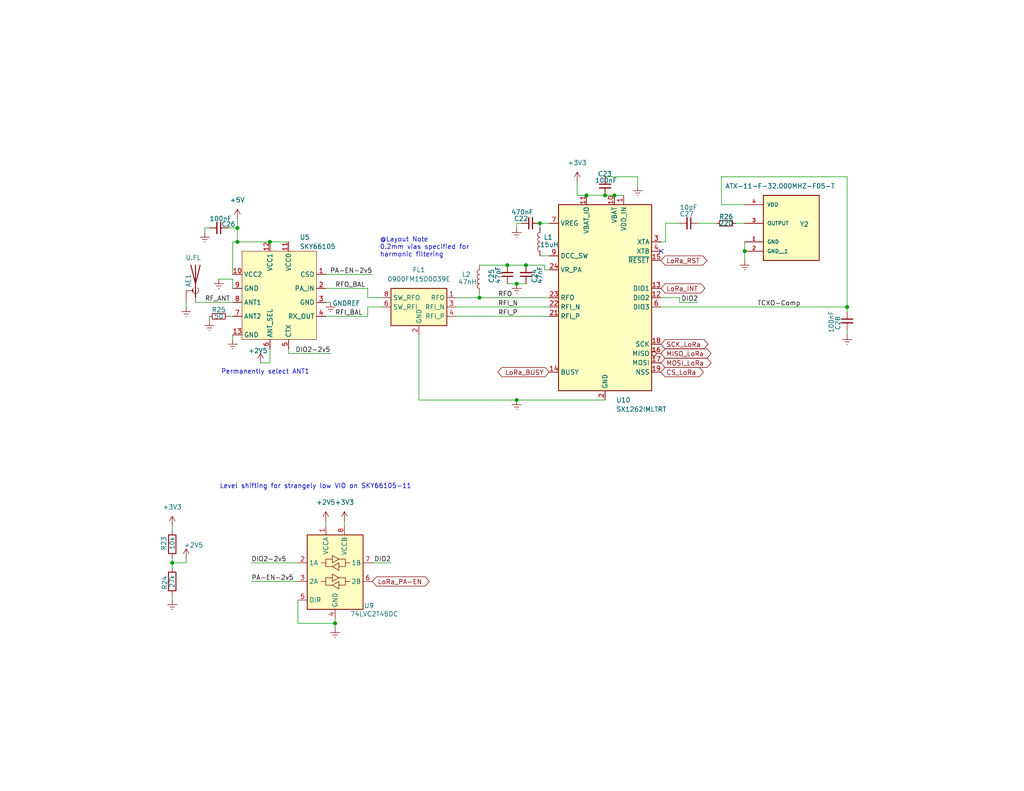
<source format=kicad_sch>
(kicad_sch (version 20231120) (generator "eeschema") (generator_version "8.0")
  (paper "USLetter")
  (title_block (title "WINTER 915MHz LoRa Radio") (date "2025-01-06") (rev "3.3") (company "SparrowTheNerd"))
  (lib_symbols
    (symbol "Device:Antenna_Shield" (pin_numbers hide) (pin_names (offset 1.016) hide)
      (property "Reference" "AE1" (at 1.9364 -0.987 90))
      (property "Value" "CON-SMA-EDGE-S" (at -2.4618 -6.915 90))
      (symbol "Antenna_Shield_0_1"
        (arc (start -0.508 -1.143) (mid -0.8429 -2.1194) (end 0 -2.667))
        (arc (start 0 -2.667) (mid 0.7989 -2.1052) (end 0.508 -1.143))
        (polyline (pts (xy 0 -2.54) (xy 0 0)))
        (polyline (pts (xy 0 5.08) (xy 0 -3.81)) (stroke (width 0.254)))
        (polyline (pts (xy 0.762 -1.905) (xy 2.54 -1.905)))
        (polyline (pts (xy 2.54 -2.54) (xy 2.54 -1.905)))
        (polyline (pts (xy 1.27 5.08) (xy 0 0) (xy -1.27 5.08)) (stroke (width 0.254)))
        (circle (center 0.762 -1.905) (radius 0.1778) (fill (type outline)))
      )
      (symbol "Antenna_Shield_1_1"
        (pin input line (at 0 -5.08 90) (length 2.54) (name "A") (number "1"))
        (pin input line (at 2.54 -5.08 90) (length 2.54) (name "Shield") (number "2"))
      )
    )
    (symbol "Device:C_Small" (pin_numbers hide) (pin_names (offset 0.254) hide)
      (property "Reference" "C" (at 0.254 1.778 0))
      (property "Value" "C_Small" (at 0.254 -2.032 0))
      (symbol "C_Small_0_1"
        (polyline (pts (xy -1.524 -0.508) (xy 1.524 -0.508)) (stroke (width 0.3302)))
        (polyline (pts (xy -1.524 0.508) (xy 1.524 0.508)) (stroke (width 0.3048)))
      )
      (symbol "C_Small_1_1"
        (pin passive line (at 0 2.54 270) (length 2.032) (name "~") (number "1"))
        (pin passive line (at 0 -2.54 90) (length 2.032) (name "~") (number "2"))
      )
    )
    (symbol "Device:L" (pin_numbers hide) (pin_names (offset 1.016) hide)
      (property "Reference" "L" (at -1.27 0 90))
      (property "Value" "L" (at 1.905 0 90))
      (symbol "L_0_1"
        (arc (start 0 -2.54) (mid 0.6323 -1.905) (end 0 -1.27))
        (arc (start 0 -1.27) (mid 0.6323 -0.635) (end 0 0))
        (arc (start 0 0) (mid 0.6323 0.635) (end 0 1.27))
        (arc (start 0 1.27) (mid 0.6323 1.905) (end 0 2.54))
      )
      (symbol "L_1_1"
        (pin passive line (at 0 3.81 270) (length 1.27) (name "1") (number "1"))
        (pin passive line (at 0 -3.81 90) (length 1.27) (name "2") (number "2"))
      )
    )
    (symbol "Device:R" (pin_numbers hide) (pin_names (offset 0))
      (property "Reference" "R" (at 2.032 0 90))
      (property "Value" "R" (at 0 0 90))
      (symbol "R_0_1"
        (rectangle (start -1.016 -2.54) (end 1.016 2.54) (stroke (width 0.254)))
      )
      (symbol "R_1_1"
        (pin passive line (at 0 3.81 270) (length 1.27) (name "~") (number "1"))
        (pin passive line (at 0 -3.81 90) (length 1.27) (name "~") (number "2"))
      )
    )
    (symbol "Device:R_Small" (pin_numbers hide) (pin_names (offset 0.254) hide)
      (property "Reference" "R" (at 0.762 0.508 0))
      (property "Value" "R_Small" (at 0.762 -1.016 0))
      (symbol "R_Small_0_1"
        (rectangle (start -0.762 1.778) (end 0.762 -1.778) (stroke (width 0.2032)))
      )
      (symbol "R_Small_1_1"
        (pin passive line (at 0 2.54 270) (length 0.762) (name "~") (number "1"))
        (pin passive line (at 0 -2.54 90) (length 0.762) (name "~") (number "2"))
      )
    )
    (symbol "Filter:0900FM15K0039"
      (property "Reference" "FL" (at -6.35 -6.35 0))
      (property "Value" "0900FM15K0039" (at 0 6.35 0))
      (symbol "0900FM15K0039_0_0"
        (pin passive line (at -10.16 2.54 0) (length 2.54) (name "RFO") (number "1"))
        (pin passive line (at 0 -7.62 90) (length 2.54) hide (name "GND") (number "10"))
        (pin power_in line (at 0 -7.62 90) (length 2.54) (name "GND") (number "2"))
        (pin passive line (at -10.16 0 0) (length 2.54) (name "RFI_N") (number "3"))
        (pin passive line (at -10.16 -2.54 0) (length 2.54) (name "RFI_P") (number "4"))
        (pin passive line (at 0 -7.62 90) (length 2.54) hide (name "GND") (number "5"))
        (pin passive line (at 10.16 0 180) (length 2.54) (name "SW_RFI") (number "6"))
        (pin passive line (at 0 -7.62 90) (length 2.54) hide (name "GND") (number "7"))
        (pin passive line (at 10.16 2.54 180) (length 2.54) (name "SW_RFO") (number "8"))
        (pin passive line (at 0 -7.62 90) (length 2.54) hide (name "GND") (number "9"))
      )
      (symbol "0900FM15K0039_0_1"
        (rectangle (start -7.62 5.08) (end 7.62 -5.08) (stroke (width 0.254)) (fill (type background)))
      )
    )
    (symbol "Logic_LevelTranslator:74LVC2T45DC"
      (property "Reference" "U" (at 6.35 -11.43 0))
      (property "Value" "74LVC2T45DC" (at 10.16 11.43 0))
      (symbol "74LVC2T45DC_1_1"
        (rectangle (start -7.62 10.16) (end 7.62 -10.16) (stroke (width 0.254)) (fill (type background)))
        (polyline (pts (xy -2.54 -2.54) (xy -2.54 -1.524) (xy -0.762 -1.524)))
        (polyline (pts (xy -2.54 2.54) (xy -2.54 3.556) (xy -0.762 3.556)))
        (polyline (pts (xy 2.794 -2.54) (xy 2.794 -3.556) (xy 1.016 -3.556)))
        (polyline (pts (xy 2.794 2.54) (xy 2.794 1.524) (xy 1.016 1.524)))
        (polyline (pts (xy -0.762 -3.556) (xy -2.54 -3.556) (xy -2.54 -2.54) (xy -3.81 -2.54)))
        (polyline (pts (xy -0.762 -2.54) (xy -0.762 -0.508) (xy 1.016 -1.524) (xy -0.762 -2.54)))
        (polyline (pts (xy -0.762 1.524) (xy -2.54 1.524) (xy -2.54 2.54) (xy -3.81 2.54)))
        (polyline (pts (xy -0.762 2.54) (xy -0.762 4.572) (xy 1.016 3.556) (xy -0.762 2.54)))
        (polyline (pts (xy 1.016 -1.524) (xy 2.794 -1.524) (xy 2.794 -2.54) (xy 4.064 -2.54)))
        (polyline (pts (xy 1.016 3.556) (xy 2.794 3.556) (xy 2.794 2.54) (xy 4.064 2.54)))
        (polyline (pts (xy 1.016 -2.54) (xy 1.016 -4.318) (xy 1.016 -4.572) (xy -0.762 -3.556) (xy 1.016 -2.54)))
        (polyline (pts (xy 1.016 2.54) (xy 1.016 0.762) (xy 1.016 0.508) (xy -0.762 1.524) (xy 1.016 2.54)))
        (pin power_in line (at -2.54 12.7 270) (length 2.54) (name "VCCA") (number "1"))
        (pin bidirectional line (at -10.16 2.54 0) (length 2.54) (name "1A") (number "2"))
        (pin bidirectional line (at -10.16 -2.54 0) (length 2.54) (name "2A") (number "3"))
        (pin power_in line (at 0 -12.7 90) (length 2.54) (name "GND") (number "4"))
        (pin input line (at -10.16 -7.62 0) (length 2.54) (name "DIR") (number "5"))
        (pin bidirectional line (at 10.16 -2.54 180) (length 2.54) (name "2B") (number "6"))
        (pin bidirectional line (at 10.16 2.54 180) (length 2.54) (name "1B") (number "7"))
        (pin power_in line (at 2.54 12.7 270) (length 2.54) (name "VCCB") (number "8"))
      )
    )
    (symbol "RF:SX1262IMLTRT"
      (property "Reference" "U10" (at -3.0165 -27.94 0))
      (property "Value" "SX1262IMLTRT" (at -3.0165 -30.48 0))
      (symbol "SX1262IMLTRT_0_1"
        (rectangle (start -12.7 25.4) (end 12.7 -25.4) (stroke (width 0.254)) (fill (type background)))
      )
      (symbol "SX1262IMLTRT_1_1"
        (pin power_in line (at -5.08 27.94 270) (length 2.54) (name "VDD_IN") (number "1"))
        (pin power_in line (at -2.54 27.94 270) (length 2.54) (name "VBAT") (number "10"))
        (pin power_in line (at 5.08 27.94 270) (length 2.54) (name "VBAT_IO") (number "11"))
        (pin bidirectional line (at -15.24 0 0) (length 2.54) (name "DIO2") (number "12"))
        (pin bidirectional line (at -15.24 2.54 0) (length 2.54) (name "DIO1") (number "13"))
        (pin output line (at 15.24 -20.32 180) (length 2.54) (name "BUSY") (number "14"))
        (pin input line (at -15.24 10.16 0) (length 2.54) (name "~{RESET}") (number "15"))
        (pin tri_state inverted (at -15.24 -15.24 0) (length 2.54) (name "MISO") (number "16"))
        (pin input line (at -15.24 -17.78 0) (length 2.54) (name "MOSI") (number "17"))
        (pin input line (at -15.24 -12.7 0) (length 2.54) (name "SCK") (number "18"))
        (pin input line (at -15.24 -20.32 0) (length 2.54) (name "NSS") (number "19"))
        (pin power_in line (at 0 -27.94 90) (length 2.54) (name "GND") (number "2"))
        (pin passive line (at 0 -27.94 90) (length 2.54) hide (name "GND") (number "20"))
        (pin input line (at 15.24 -5.08 180) (length 2.54) (name "RFI_P") (number "21"))
        (pin input line (at 15.24 -2.54 180) (length 2.54) (name "RFI_N") (number "22"))
        (pin output line (at 15.24 0 180) (length 2.54) (name "RFO") (number "23"))
        (pin power_out line (at 15.24 7.62 180) (length 2.54) (name "VR_PA") (number "24"))
        (pin passive line (at 0 -27.94 90) (length 2.54) hide (name "GND") (number "25"))
        (pin bidirectional line (at -15.24 15.24 0) (length 2.54) (name "XTA") (number "3"))
        (pin bidirectional line (at -15.24 12.7 0) (length 2.54) (name "XTB") (number "4"))
        (pin passive line (at 0 -27.94 90) (length 2.54) hide (name "GND") (number "5"))
        (pin bidirectional line (at -15.24 -2.54 0) (length 2.54) (name "DIO3") (number "6"))
        (pin power_out line (at 15.24 20.32 180) (length 2.54) (name "VREG") (number "7"))
        (pin passive line (at 0 -27.94 90) (length 2.54) hide (name "GND") (number "8"))
        (pin power_out line (at 15.24 11.43 180) (length 2.54) (name "DCC_SW") (number "9"))
      )
    )
    (symbol "power:+3V0" (power) (pin_numbers hide) (pin_names (offset 0) hide)
      (property "Value" "+3V0" (at 0 3.556 0))
      (symbol "+3V0_0_1"
        (polyline (pts (xy -0.762 1.27) (xy 0 2.54)))
        (polyline (pts (xy 0 0) (xy 0 2.54)))
        (polyline (pts (xy 0 2.54) (xy 0.762 1.27)))
      )
      (symbol "+3V0_1_1"
        (pin power_in line (at 0 0 90) (length 0) (name "~") (number "1"))
      )
    )
    (symbol "power:+3V3" (power) (pin_numbers hide) (pin_names (offset 0) hide)
      (property "Value" "+3V3" (at 0 3.556 0))
      (symbol "+3V3_0_1"
        (polyline (pts (xy -0.762 1.27) (xy 0 2.54)))
        (polyline (pts (xy 0 0) (xy 0 2.54)))
        (polyline (pts (xy 0 2.54) (xy 0.762 1.27)))
      )
      (symbol "+3V3_1_1"
        (pin power_in line (at 0 0 90) (length 0) (name "~") (number "1"))
      )
    )
    (symbol "power:+5V" (power) (pin_numbers hide) (pin_names (offset 0) hide)
      (property "Value" "+5V" (at 0 3.556 0))
      (symbol "+5V_0_1"
        (polyline (pts (xy -0.762 1.27) (xy 0 2.54)))
        (polyline (pts (xy 0 0) (xy 0 2.54)))
        (polyline (pts (xy 0 2.54) (xy 0.762 1.27)))
      )
      (symbol "+5V_1_1"
        (pin power_in line (at 0 0 90) (length 0) (name "~") (number "1"))
      )
    )
    (symbol "power:GNDREF" (power) (pin_names (offset 0))
      (property "Value" "GNDREF" (at 0 -3.81 0))
      (symbol "GNDREF_0_1"
        (polyline (pts (xy -0.635 -1.905) (xy 0.635 -1.905)))
        (polyline (pts (xy -0.127 -2.54) (xy 0.127 -2.54)))
        (polyline (pts (xy 0 -1.27) (xy 0 0)))
        (polyline (pts (xy 1.27 -1.27) (xy -1.27 -1.27)))
      )
      (symbol "GNDREF_1_1"
        (pin power_in line (at 0 0 270) (length 0) hide (name "GNDREF") (number "1"))
      )
    )
    (symbol "rev3_components:ATX-11-F-32.000MHZ-F05-T" (pin_names (offset 1.016))
      (property "Reference" "Y" (at -7.62 8.382 0))
      (property "Value" "ATX-11-F-32.000MHZ-F05-T" (at -7.62 -10.922 0))
      (symbol "ATX-11-F-32.000MHZ-F05-T_0_0"
        (rectangle (start -7.62 -10.16) (end 7.62 7.62) (stroke (width 0.254)) (fill (type background)))
        (pin power_in line (at 12.7 -5.08 180) (length 5.08) (name "GND") (number "1"))
        (pin power_in line (at 12.7 -7.62 180) (length 5.08) (name "GND__1") (number "2"))
        (pin output line (at 12.7 0 180) (length 5.08) (name "OUTPUT") (number "3"))
        (pin power_in line (at 12.7 5.08 180) (length 5.08) (name "VDD") (number "4"))
      )
    )
    (symbol "rev3_components:SKY66105-11"
      (property "Reference" "U" (at 0 0 0))
      (symbol "SKY66105-11_0_1"
        (rectangle (start -10.16 12.7) (end 10.16 -11.43) (stroke (width 0.127) (color 132 0 0 1)) (fill (type background)))
      )
      (symbol "SKY66105-11_1_1"
        (pin input line (at -12.7 6.35 0) (length 2.54) (name "CSD") (number "1"))
        (pin power_in line (at 12.7 6.35 180) (length 2.54) (name "VCC2") (number "10"))
        (pin power_in line (at -2.54 15.24 270) (length 2.54) (name "VCC0") (number "11"))
        (pin power_in line (at 2.54 15.24 270) (length 2.54) (name "VCC1") (number "12"))
        (pin power_in line (at 12.7 -10.16 180) (length 2.54) (name "GND") (number "13"))
        (pin input line (at -12.7 2.54 0) (length 2.54) (name "PA_IN") (number "2"))
        (pin power_in line (at -12.7 -1.27 0) (length 2.54) (name "GND") (number "3"))
        (pin output line (at -12.7 -5.08 0) (length 2.54) (name "RX_OUT") (number "4"))
        (pin input line (at -2.54 -13.97 90) (length 2.54) (name "CTX") (number "5"))
        (pin input line (at 2.54 -13.97 90) (length 2.54) (name "ANT_SEL") (number "6"))
        (pin output line (at 12.7 -5.08 180) (length 2.54) (name "ANT2") (number "7"))
        (pin output line (at 12.7 -1.27 180) (length 2.54) (name "ANT1") (number "8"))
        (pin power_in line (at 12.7 2.54 180) (length 2.54) (name "GND") (number "9"))
      )
    )
  )
  (junction (at 130.81 81.28))
  (junction (at 140.97 109.22))
  (junction (at 165.1 53.34))
  (junction (at 46.99 153.67))
  (junction (at 138.43 72.39))
  (junction (at 64.77 66.04))
  (junction (at 167.64 53.34))
  (junction (at 73.66 66.04))
  (junction (at 203.2 68.58))
  (junction (at 160.02 53.34))
  (junction (at 64.77 62.23))
  (junction (at 231.14 83.82))
  (junction (at 140.97 77.47))
  (junction (at 147.32 60.96))
  (junction (at 91.44 170.18))
  (junction (at 143.51 72.39))
  (no_connect (at 180.34 68.58))
  (wire (pts (xy 138.43 77.47) (xy 140.97 77.47)))
  (wire (pts (xy 196.85 48.26) (xy 231.14 48.26)))
  (wire (pts (xy 200.66 60.96) (xy 203.2 60.96)))
  (wire (pts (xy 46.99 153.67) (xy 46.99 154.94)))
  (wire (pts (xy 124.46 86.36) (xy 149.86 86.36)))
  (wire (pts (xy 231.14 48.26) (xy 231.14 83.82)))
  (wire (pts (xy 91.44 171.45) (xy 91.44 170.18)))
  (wire (pts (xy 78.74 96.52) (xy 78.74 95.25)))
  (wire (pts (xy 53.34 82.55) (xy 63.5 82.55)))
  (wire (pts (xy 63.5 92.71) (xy 63.5 91.44)))
  (wire (pts (xy 114.3 109.22) (xy 140.97 109.22)))
  (wire (pts (xy 63.5 78.74) (xy 63.5 76.2)))
  (wire (pts (xy 185.42 81.28) (xy 180.34 81.28)))
  (wire (pts (xy 100.33 78.74) (xy 88.9 78.74)))
  (wire (pts (xy 68.58 158.75) (xy 81.28 158.75)))
  (wire (pts (xy 88.9 86.36) (xy 100.33 86.36)))
  (wire (pts (xy 88.9 82.55) (xy 90.17 82.55)))
  (wire (pts (xy 165.1 48.26) (xy 173.99 48.26)))
  (wire (pts (xy 57.15 62.23) (xy 55.88 62.23)))
  (wire (pts (xy 46.99 163.83) (xy 46.99 162.56)))
  (wire (pts (xy 124.46 83.82) (xy 149.86 83.82)))
  (wire (pts (xy 63.5 66.04) (xy 64.77 66.04)))
  (wire (pts (xy 73.66 99.06) (xy 71.12 99.06)))
  (wire (pts (xy 140.97 109.22) (xy 165.1 109.22)))
  (wire (pts (xy 231.14 90.17) (xy 231.14 91.44)))
  (wire (pts (xy 100.33 81.28) (xy 104.14 81.28)))
  (wire (pts (xy 81.28 170.18) (xy 91.44 170.18)))
  (wire (pts (xy 203.2 68.58) (xy 203.2 71.12)))
  (wire (pts (xy 138.43 72.39) (xy 143.51 72.39)))
  (wire (pts (xy 190.5 60.96) (xy 195.58 60.96)))
  (wire (pts (xy 140.97 60.96) (xy 142.24 60.96)))
  (wire (pts (xy 148.59 73.66) (xy 149.86 73.66)))
  (wire (pts (xy 50.8 152.4) (xy 50.8 153.67)))
  (wire (pts (xy 160.02 53.34) (xy 165.1 53.34)))
  (wire (pts (xy 64.77 59.69) (xy 64.77 62.23)))
  (wire (pts (xy 181.61 60.96) (xy 185.42 60.96)))
  (wire (pts (xy 130.81 72.39) (xy 138.43 72.39)))
  (wire (pts (xy 63.5 76.2) (xy 59.69 76.2)))
  (wire (pts (xy 50.8 82.55) (xy 50.8 83.82)))
  (wire (pts (xy 124.46 81.28) (xy 130.81 81.28)))
  (wire (pts (xy 167.64 53.34) (xy 170.18 53.34)))
  (wire (pts (xy 68.58 153.67) (xy 81.28 153.67)))
  (wire (pts (xy 165.1 53.34) (xy 167.64 53.34)))
  (wire (pts (xy 93.98 142.24) (xy 93.98 143.51)))
  (wire (pts (xy 180.34 83.82) (xy 231.14 83.82)))
  (wire (pts (xy 157.48 49.53) (xy 157.48 53.34)))
  (wire (pts (xy 181.61 66.04) (xy 181.61 60.96)))
  (wire (pts (xy 62.23 86.36) (xy 63.5 86.36)))
  (wire (pts (xy 181.61 66.04) (xy 180.34 66.04)))
  (wire (pts (xy 148.59 72.39) (xy 148.59 73.66)))
  (wire (pts (xy 90.17 96.52) (xy 78.74 96.52)))
  (wire (pts (xy 64.77 62.23) (xy 64.77 66.04)))
  (wire (pts (xy 100.33 86.36) (xy 100.33 83.82)))
  (wire (pts (xy 63.5 66.04) (xy 63.5 74.93)))
  (wire (pts (xy 185.42 82.55) (xy 190.5 82.55)))
  (wire (pts (xy 185.42 82.55) (xy 185.42 81.28)))
  (wire (pts (xy 57.15 86.36) (xy 57.15 87.63)))
  (wire (pts (xy 64.77 66.04) (xy 73.66 66.04)))
  (wire (pts (xy 130.81 81.28) (xy 149.86 81.28)))
  (wire (pts (xy 173.99 48.26) (xy 173.99 50.8)))
  (wire (pts (xy 147.32 69.85) (xy 149.86 69.85)))
  (wire (pts (xy 143.51 72.39) (xy 148.59 72.39)))
  (wire (pts (xy 130.81 80.01) (xy 130.81 81.28)))
  (wire (pts (xy 140.97 62.23) (xy 140.97 60.96)))
  (wire (pts (xy 73.66 95.25) (xy 73.66 99.06)))
  (wire (pts (xy 62.23 62.23) (xy 64.77 62.23)))
  (wire (pts (xy 203.2 55.88) (xy 196.85 55.88)))
  (wire (pts (xy 91.44 170.18) (xy 91.44 168.91)))
  (wire (pts (xy 46.99 143.51) (xy 46.99 144.78)))
  (wire (pts (xy 114.3 91.44) (xy 114.3 109.22)))
  (wire (pts (xy 157.48 53.34) (xy 160.02 53.34)))
  (wire (pts (xy 100.33 81.28) (xy 100.33 78.74)))
  (wire (pts (xy 196.85 48.26) (xy 196.85 55.88)))
  (wire (pts (xy 81.28 163.83) (xy 81.28 170.18)))
  (wire (pts (xy 73.66 66.04) (xy 78.74 66.04)))
  (wire (pts (xy 46.99 152.4) (xy 46.99 153.67)))
  (wire (pts (xy 55.88 62.23) (xy 55.88 63.5)))
  (wire (pts (xy 147.32 60.96) (xy 149.86 60.96)))
  (wire (pts (xy 203.2 68.58) (xy 203.2 66.04)))
  (wire (pts (xy 50.8 153.67) (xy 46.99 153.67)))
  (wire (pts (xy 88.9 142.24) (xy 88.9 143.51)))
  (wire (pts (xy 231.14 85.09) (xy 231.14 83.82)))
  (wire (pts (xy 101.6 153.67) (xy 106.68 153.67)))
  (wire (pts (xy 140.97 77.47) (xy 143.51 77.47)))
  (wire (pts (xy 100.33 83.82) (xy 104.14 83.82)))
  (wire (pts (xy 88.9 74.93) (xy 101.6 74.93)))
  (wire (pts (xy 147.32 62.23) (xy 147.32 60.96)))
  (text "Permanently select ANT1\n" (at 72.39 101.6 0) (effects (font (size 1.27 1.27))))
  (text "@Layout Note\n0.2mm vias specified for \nharmonic filtering" (at 103.632 67.564 0) (effects (font (size 1.27 1.27)) (justify left)))
  (text "Level shifting for strangely low VIO on SKY66105-11" (at 86.106 132.842 0) (effects (font (size 1.27 1.27))))
  (label "DIO2" (at 190.5 82.55 180))
  (label "RF_ANT" (at 55.88 82.55 0))
  (label "RFI_P" (at 135.89 86.36 0))
  (label "RFO" (at 135.89 81.28 0))
  (label "DIO2" (at 106.68 153.67 180))
  (label "RFI_N" (at 135.89 83.82 0))
  (label "DIO2-2v5" (at 90.17 96.52 180))
  (label "TCXO-Comp" (at 218.44 83.82 180))
  (label "PA-EN-2v5" (at 68.58 158.75 0))
  (label "DIO2-2v5" (at 68.58 153.67 0))
  (label "RFI_BAL" (at 91.44 86.36 0))
  (label "PA-EN-2v5" (at 101.6 74.93 180))
  (label "RFO_BAL" (at 91.44 78.74 0))
  (global_label "LoRa_PA-EN" (shape bidirectional) (at 101.6 158.75 0) (property "Intersheetrefs" "${INTERSHEET_REFS}" (effects (hide yes))))
  (global_label "MOSI_LoRa" (shape bidirectional) (at 180.34 99.06 0) (property "Intersheetrefs" "${INTERSHEET_REFS}" (effects (hide yes))))
  (global_label "CS_LoRa" (shape bidirectional) (at 180.34 101.6 0) (property "Intersheetrefs" "${INTERSHEET_REFS}" (effects (hide yes))))
  (global_label "LoRa_INT" (shape bidirectional) (at 180.34 78.74 0) (property "Intersheetrefs" "${INTERSHEET_REFS}" (effects (hide yes))))
  (global_label "SCK_LoRa" (shape bidirectional) (at 180.34 93.98 0) (property "Intersheetrefs" "${INTERSHEET_REFS}" (effects (hide yes))))
  (global_label "LoRa_BUSY" (shape bidirectional) (at 149.86 101.6 180) (property "Intersheetrefs" "${INTERSHEET_REFS}" (effects (hide yes))))
  (global_label "LoRa_RST" (shape bidirectional) (at 180.34 71.12 0) (property "Intersheetrefs" "${INTERSHEET_REFS}" (effects (hide yes))))
  (global_label "MISO_LoRa" (shape bidirectional) (at 180.34 96.52 0) (property "Intersheetrefs" "${INTERSHEET_REFS}" (effects (hide yes))))
  (symbol (lib_id "Device:C_Small") (at 165.1 50.8 0) (unit 1)
    (property "Reference" "C23" (at 163.068 47.498 0) (effects (justify left)))
    (property "Value" "100nF" (at 162.306 49.276 0) (effects (justify left)))
    (property "Footprint" "Capacitor_SMD:C_0603_1608Metric" (effects (hide yes)))
    (property "Product ID" "CL10B104KB8NNNL" (effects (hide yes)))
    (property "LCSC" "C1590" (effects (hide yes)))
  )
  (symbol (lib_id "power:GNDREF") (at 90.17 82.55 0) (mirror y) (unit 1)
    (property "Reference" "#PWR0142" (effects (hide yes)))
    (property "Value" "GNDREF" (at 94.488 82.804 0))
  )
  (symbol (lib_id "power:GNDREF") (at 140.97 62.23 0) (mirror y) (unit 1)
    (property "Reference" "#PWR0152" (effects (hide yes)))
    (property "Value" "GNDREF" (effects (hide yes)))
  )
  (symbol (lib_id "power:GNDREF") (at 140.97 77.47 0) (mirror y) (unit 1)
    (property "Reference" "#PWR0149" (effects (hide yes)))
    (property "Value" "GNDREF" (effects (hide yes)))
  )
  (symbol (lib_id "Device:Antenna_Shield") (at 53.34 77.47 0) (mirror y) (unit 1)
    (property "Reference" "AE1" (at 51.4036 78.457 90) (effects (justify left)))
    (property "Value" "U.FL" (at 54.864 70.358 0) (effects (justify left)))
    (property "Footprint" "Connector_Coaxial:U.FL_Molex_MCRF_73412-0110_Vertical" (effects (hide yes)))
    (property "Product ID" "73412-0110" (effects (hide yes)))
    (property "LCSC" "C434806" (effects (hide yes)))
    (property "Mouser ID" "538-73412-0110 " (effects (hide yes)))
  )
  (symbol (lib_id "Device:R_Small") (at 198.12 60.96 270) (unit 1)
    (property "Reference" "R26" (at 198.12 59.182 90))
    (property "Value" "220" (at 198.12 60.96 90))
    (property "Footprint" "Resistor_SMD:R_0603_1608Metric" (effects (hide yes)))
    (property "Description" "Resistor, small symbol" (effects (hide yes)))
    (property "LCSC" "C25091" (effects (hide yes)))
    (property "Product ID" "CRGCQ0603J220R" (effects (hide yes)))
  )
  (symbol (lib_id "Device:R_Small") (at 59.69 86.36 270) (unit 1)
    (property "Reference" "R25" (at 59.69 84.582 90))
    (property "Value" "50" (at 59.69 86.36 90))
    (property "Footprint" "Resistor_SMD:R_0402_1005Metric" (effects (hide yes)))
    (property "Description" "Resistor, small symbol" (effects (hide yes)))
    (property "LCSC" "C227387" (effects (hide yes)))
    (property "Product ID" "RT0402BRE0750RL" (effects (hide yes)))
  )
  (symbol (lib_id "power:GNDREF") (at 173.99 50.8 0) (mirror y) (unit 1)
    (property "Reference" "#PWR0154" (effects (hide yes)))
    (property "Value" "GNDREF" (effects (hide yes)))
  )
  (symbol (lib_id "rev3_components:ATX-11-F-32.000MHZ-F05-T") (at 215.9 60.96 0) (mirror y) (unit 1)
    (property "Reference" "Y2" (at 219.456 61.214 0))
    (property "Value" "ATX-11-F-32.000MHZ-F05-T" (at 212.852 50.8 0))
    (property "Footprint" "rev3footprints:OSC_ATX-11-F-32.000MHZ-F05-T" (effects (hide yes)))
    (property "PARTREV" "11-11-20" (effects (hide yes)))
    (property "MANUFACTURER" "Abracon" (effects (hide yes)))
    (property "MAXIMUM_PACKAGE_HEIGHT" "1.2mm" (effects (hide yes)))
    (property "STANDARD" "Manufacturer Recommendations" (effects (hide yes)))
    (property "Product ID" "ATX-11-F-32.000MHZ-F05-T" (effects (hide yes)))
    (property "LCSC" "C5978624" (effects (hide yes)))
  )
  (symbol (lib_id "Device:R") (at 46.99 148.59 0) (unit 1)
    (property "Reference" "R23" (at 44.704 148.336 90))
    (property "Value" "10k" (at 46.99 148.336 90))
    (property "Footprint" "Resistor_SMD:R_0603_1608Metric" (effects (hide yes)))
    (property "Product ID" "ERJ-PA3F1002V" (effects (hide yes)))
    (property "LCSC" "C21190" (effects (hide yes)))
  )
  (symbol (lib_id "RF:SX1262IMLTRT") (at 165.1 81.28 0) (mirror y) (unit 1)
    (property "Reference" "U10" (at 168.1165 109.22 0) (effects (justify right)))
    (property "Value" "SX1262IMLTRT" (at 168.1165 111.76 0) (effects (justify right)))
    (property "Footprint" "Package_DFN_QFN:QFN-24-1EP_4x4mm_P0.5mm_EP2.6x2.6mm" (effects (hide yes)))
    (property "Datasheet" "https://semtech.file.force.com/sfc/dist/version/download/?oid=00DE0000000JelG&ids=0682R00000IjPWSQA3&d=%2Fa%2F2R000000Un7F%2FyT.fKdAr9ZAo3cJLc4F2cBdUsMftpT2vsOICP7NmvMo" (effects (hide yes)))
    (property "Description" "150 MHz to 960 MHz Low Power Long Range Transceiver, 22dBm output power, spreading factor from 5 to 12, LoRA, QFN-24" (effects (hide yes)))
    (property "Product ID" "SX1262IMLTRT" (effects (hide yes)))
    (property "LCSC" "C191341" (effects (hide yes)))
  )
  (symbol (lib_id "power:GNDREF") (at 57.15 87.63 0) (mirror y) (unit 1)
    (property "Reference" "#PWR0146" (effects (hide yes)))
    (property "Value" "GNDREF" (effects (hide yes)))
  )
  (symbol (lib_id "power:GNDREF") (at 231.14 91.44 0) (mirror y) (unit 1)
    (property "Reference" "#PWR0153" (effects (hide yes)))
    (property "Value" "GNDREF" (effects (hide yes)))
  )
  (symbol (lib_id "rev3_components:SKY66105-11") (at 76.2 81.28 0) (mirror y) (unit 1)
    (property "Reference" "U5" (at 81.7565 64.77 0) (effects (justify right)))
    (property "Value" "SKY66105" (at 81.7565 67.31 0) (effects (justify right)))
    (property "Footprint" "rev3footprints:SKY66105-11" (effects (hide yes)))
    (property "LCSC" "C2654446" (effects (hide yes)))
    (property "Product ID" "SKY66105" (effects (hide yes)))
  )
  (symbol (lib_id "power:+3V3") (at 93.98 142.24 0) (unit 1)
    (property "Reference" "#PWR0158" (effects (hide yes)))
    (property "Value" "+3V3" (at 93.98 137.16 0))
    (property "Description" "Power symbol creates a global label with name \"+3V3\"" (effects (hide yes)))
  )
  (symbol (lib_id "power:GNDREF") (at 50.8 83.82 0) (mirror y) (unit 1)
    (property "Reference" "#PWR0147" (effects (hide yes)))
    (property "Value" "GNDREF" (effects (hide yes)))
  )
  (symbol (lib_id "power:+5V") (at 64.77 59.69 0) (unit 1)
    (property "Reference" "#PWR0148" (effects (hide yes)))
    (property "Value" "+5V" (at 64.77 54.61 0))
    (property "Description" "Power symbol creates a global label with name \"+5V\"" (effects (hide yes)))
  )
  (symbol (lib_id "power:+3V0") (at 50.8 152.4 0) (unit 1)
    (property "Reference" "#PWR0161" (effects (hide yes)))
    (property "Value" "+2V5" (at 52.832 148.844 0))
    (property "Description" "Power symbol creates a global label with name \"+3V0\"" (effects (hide yes)))
  )
  (symbol (lib_id "Filter:0900FM15K0039") (at 114.3 83.82 0) (mirror y) (unit 1)
    (property "Reference" "FL1" (at 114.3 73.66 0))
    (property "Value" "0900FM15D0039E" (at 114.3 76.2 0))
    (property "Footprint" "RF_Converter:Balun_Johanson_0900FM15K0039" (effects (hide yes)))
    (property "Datasheet" "https://www.johansontechnology.com/datasheets/0900FM15K0039/0900FM15K0039.pdf" (effects (hide yes)))
    (property "Description" "868MHz/915MHz Sub-GHz Impedance Matched Filter integrated passive for Semtech SX1261, SX1262, LLCC68" (effects (hide yes)))
    (property "Product ID" "0900FM15D0039E" (effects (hide yes)))
    (property "LCSC" "C1513363" (effects (hide yes)))
  )
  (symbol (lib_id "power:GNDREF") (at 203.2 71.12 0) (mirror y) (unit 1)
    (property "Reference" "#PWR0155" (effects (hide yes)))
    (property "Value" "GNDREF" (effects (hide yes)))
  )
  (symbol (lib_id "power:GNDREF") (at 91.44 171.45 0) (mirror y) (unit 1)
    (property "Reference" "#PWR0160" (effects (hide yes)))
    (property "Value" "GNDREF" (effects (hide yes)))
  )
  (symbol (lib_id "Device:C_Small") (at 231.14 87.63 0) (unit 1)
    (property "Reference" "C28" (at 228.6 90.17 90) (effects (justify left)))
    (property "Value" "100nF" (at 226.822 90.932 90) (effects (justify left)))
    (property "Footprint" "Capacitor_SMD:C_0603_1608Metric" (effects (hide yes)))
    (property "Product ID" "CL10B104KB8NNNL" (effects (hide yes)))
    (property "LCSC" "C1590" (effects (hide yes)))
  )
  (symbol (lib_id "Device:C_Small") (at 59.69 62.23 270) (unit 1)
    (property "Reference" "C26" (at 60.3622 61.2304 90) (effects (justify left)))
    (property "Value" "100nF" (at 57.15 59.69 90) (effects (justify left)))
    (property "Footprint" "Capacitor_SMD:C_0603_1608Metric" (effects (hide yes)))
    (property "Product ID" "CL10B104KB8NNNL" (effects (hide yes)))
    (property "LCSC" "C1590" (effects (hide yes)))
  )
  (symbol (lib_id "Device:C_Small") (at 138.43 74.93 180) (unit 1)
    (property "Reference" "C25" (at 134.112 73.406 90) (effects (justify left)))
    (property "Value" "47pF" (at 135.89 72.644 90) (effects (justify left)))
    (property "Footprint" "Capacitor_SMD:C_0201_0603Metric" (effects (hide yes)))
    (property "Product ID" "GCM0335C1E470JA16D" (effects (hide yes)))
    (property "LCSC" "C85908" (effects (hide yes)))
  )
  (symbol (lib_id "power:GNDREF") (at 46.99 163.83 0) (mirror y) (unit 1)
    (property "Reference" "#PWR0156" (effects (hide yes)))
    (property "Value" "GNDREF" (effects (hide yes)))
  )
  (symbol (lib_id "Logic_LevelTranslator:74LVC2T45DC") (at 91.44 156.21 0) (unit 1)
    (property "Reference" "U9" (at 99.314 165.354 0) (effects (justify left)))
    (property "Value" "74LVC2T45DC" (at 95.504 167.64 0) (effects (justify left)))
    (property "Footprint" "Package_SO:VSSOP-8_2.3x2mm_P0.5mm" (effects (hide yes)))
    (property "Datasheet" "https://assets.nexperia.com/documents/data-sheet/74LVC_LVCH2T45.pdf" (effects (hide yes)))
    (property "Description" "Dual supply translating transceiver, 3-state, 2-bit, VSSOP-8" (effects (hide yes)))
    (property "LCSC" "C15741" (effects (hide yes)))
    (property "Product ID" "74LVC2T45DC" (effects (hide yes)))
  )
  (symbol (lib_id "Device:C_Small") (at 144.78 60.96 270) (unit 1)
    (property "Reference" "C22" (at 140.208 59.69 90) (effects (justify left)))
    (property "Value" "470nF" (at 139.446 57.912 90) (effects (justify left)))
    (property "Footprint" "Capacitor_SMD:C_0603_1608Metric" (effects (hide yes)))
    (property "Product ID" "CL10B474KA8NFNC" (effects (hide yes)))
    (property "LCSC" "C1623" (effects (hide yes)))
  )
  (symbol (lib_id "power:+3V0") (at 71.12 99.06 0) (unit 1)
    (property "Reference" "#PWR0157" (effects (hide yes)))
    (property "Value" "+2V5" (at 70.358 95.758 0))
    (property "Description" "Power symbol creates a global label with name \"+3V0\"" (effects (hide yes)))
  )
  (symbol (lib_id "Device:R") (at 46.99 158.75 0) (unit 1)
    (property "Reference" "R24" (at 44.9406 159.0802 90))
    (property "Value" "27k" (at 46.99 158.75 90))
    (property "Footprint" "Resistor_SMD:R_0603_1608Metric" (effects (hide yes)))
    (property "Product ID" "RMCF0603JT27K0" (effects (hide yes)))
    (property "LCSC" "C4211" (effects (hide yes)))
  )
  (symbol (lib_id "power:+3V3") (at 46.99 143.51 0) (unit 1)
    (property "Reference" "#PWR0162" (effects (hide yes)))
    (property "Value" "+3V3" (at 46.99 138.43 0))
    (property "Description" "Power symbol creates a global label with name \"+3V3\"" (effects (hide yes)))
  )
  (symbol (lib_id "power:GNDREF") (at 63.5 92.71 0) (mirror y) (unit 1)
    (property "Reference" "#PWR0145" (effects (hide yes)))
    (property "Value" "GNDREF" (effects (hide yes)))
  )
  (symbol (lib_id "power:+3V0") (at 88.9 142.24 0) (unit 1)
    (property "Reference" "#PWR0159" (effects (hide yes)))
    (property "Value" "+2V5" (at 88.9 137.16 0))
    (property "Description" "Power symbol creates a global label with name \"+3V0\"" (effects (hide yes)))
  )
  (symbol (lib_id "Device:L") (at 147.32 66.04 180) (unit 1)
    (property "Reference" "L1" (at 148.336 64.77 0) (effects (justify right)))
    (property "Value" "15uH" (at 147.32 66.802 0) (effects (justify right)))
    (property "Footprint" "Inductor_SMD:L_0805_2012Metric" (effects (hide yes)))
    (property "Description" "Inductor" (effects (hide yes)))
    (property "Product ID" "MLZ2012M150WT000" (effects (hide yes)))
    (property "LCSC" "C383402" (effects (hide yes)))
  )
  (symbol (lib_id "Device:C_Small") (at 143.51 74.93 180) (unit 1)
    (property "Reference" "C24" (at 145.796 73.406 90) (effects (justify left)))
    (property "Value" "47nF" (at 147.32 72.644 90) (effects (justify left)))
    (property "Footprint" "Capacitor_SMD:C_0201_0603Metric" (effects (hide yes)))
    (property "Product ID" "GRT033R61C473KE01J" (effects (hide yes)))
    (property "LCSC" "C85925" (effects (hide yes)))
  )
  (symbol (lib_id "power:GNDREF") (at 59.69 76.2 0) (mirror y) (unit 1)
    (property "Reference" "#PWR0144" (effects (hide yes)))
    (property "Value" "GNDREF" (effects (hide yes)))
  )
  (symbol (lib_id "power:+3V3") (at 157.48 49.53 0) (unit 1)
    (property "Reference" "#PWR0151" (effects (hide yes)))
    (property "Value" "+3V3" (at 157.48 44.45 0))
    (property "Description" "Power symbol creates a global label with name \"+3V3\"" (effects (hide yes)))
  )
  (symbol (lib_id "power:GNDREF") (at 55.88 63.5 0) (mirror y) (unit 1)
    (property "Reference" "#PWR0143" (effects (hide yes)))
    (property "Value" "GNDREF" (effects (hide yes)))
  )
  (symbol (lib_id "Device:L") (at 130.81 76.2 180) (unit 1)
    (property "Reference" "L2" (at 125.984 74.93 0) (effects (justify right)))
    (property "Value" "47nH" (at 124.968 76.962 0) (effects (justify right)))
    (property "Footprint" "Inductor_SMD:L_0402_1005Metric" (effects (hide yes)))
    (property "Description" "Inductor" (effects (hide yes)))
    (property "Product ID" "MHQ1005075HA47NHTD25" (effects (hide yes)))
    (property "LCSC" "C76776" (effects (hide yes)))
  )
  (symbol (lib_id "power:GNDREF") (at 140.97 109.22 0) (mirror y) (unit 1)
    (property "Reference" "#PWR0150" (effects (hide yes)))
    (property "Value" "GNDREF" (effects (hide yes)))
  )
  (symbol (lib_id "Device:C_Small") (at 187.96 60.96 270) (unit 1)
    (property "Reference" "C27" (at 185.42 58.42 90) (effects (justify left)))
    (property "Value" "10pF" (at 185.42 56.642 90) (effects (justify left)))
    (property "Footprint" "Capacitor_SMD:C_0603_1608Metric" (effects (hide yes)))
    (property "Product ID" "GRM1555C1E100GA01D" (effects (hide yes)))
    (property "LCSC" "C32949" (effects (hide yes)))
  )
)
</source>
